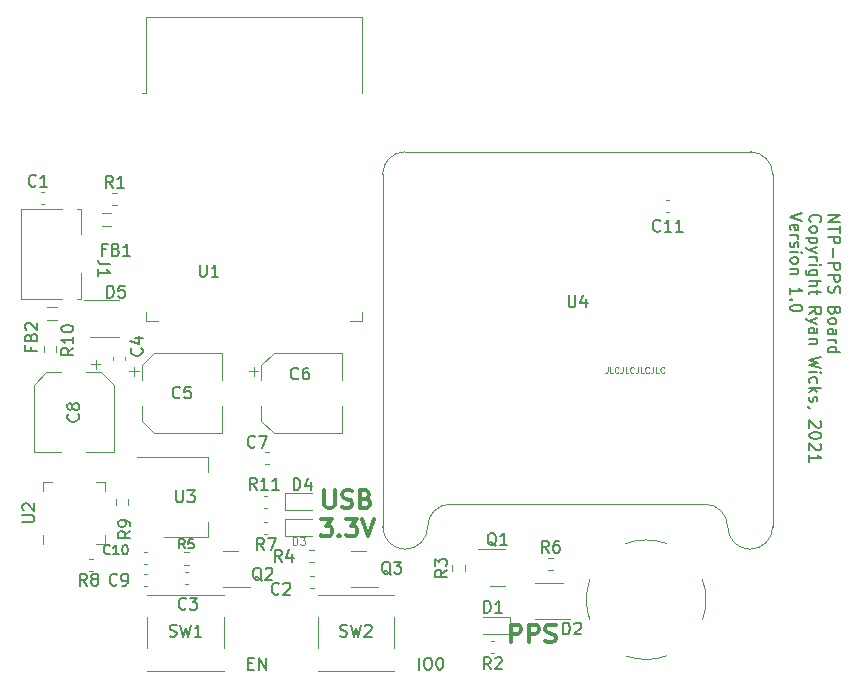
<source format=gbr>
%TF.GenerationSoftware,KiCad,Pcbnew,(5.99.0-10363-ga7f956581c)*%
%TF.CreationDate,2021-04-24T20:18:21-04:00*%
%TF.ProjectId,NTP_PPS_Board,4e54505f-5050-4535-9f42-6f6172642e6b,rev?*%
%TF.SameCoordinates,Original*%
%TF.FileFunction,Legend,Top*%
%TF.FilePolarity,Positive*%
%FSLAX46Y46*%
G04 Gerber Fmt 4.6, Leading zero omitted, Abs format (unit mm)*
G04 Created by KiCad (PCBNEW (5.99.0-10363-ga7f956581c)) date 2021-04-24 20:18:21*
%MOMM*%
%LPD*%
G01*
G04 APERTURE LIST*
%ADD10C,0.150000*%
%ADD11C,0.300000*%
%ADD12C,0.125000*%
%ADD13C,0.100000*%
%ADD14C,0.120000*%
G04 APERTURE END LIST*
D10*
X120666000Y-118816380D02*
X120666000Y-117816380D01*
X121332666Y-117816380D02*
X121523142Y-117816380D01*
X121618380Y-117864000D01*
X121713619Y-117959238D01*
X121761238Y-118149714D01*
X121761238Y-118483047D01*
X121713619Y-118673523D01*
X121618380Y-118768761D01*
X121523142Y-118816380D01*
X121332666Y-118816380D01*
X121237428Y-118768761D01*
X121142190Y-118673523D01*
X121094571Y-118483047D01*
X121094571Y-118149714D01*
X121142190Y-117959238D01*
X121237428Y-117864000D01*
X121332666Y-117816380D01*
X122380285Y-117816380D02*
X122475523Y-117816380D01*
X122570761Y-117864000D01*
X122618380Y-117911619D01*
X122666000Y-118006857D01*
X122713619Y-118197333D01*
X122713619Y-118435428D01*
X122666000Y-118625904D01*
X122618380Y-118721142D01*
X122570761Y-118768761D01*
X122475523Y-118816380D01*
X122380285Y-118816380D01*
X122285047Y-118768761D01*
X122237428Y-118721142D01*
X122189809Y-118625904D01*
X122142190Y-118435428D01*
X122142190Y-118197333D01*
X122189809Y-118006857D01*
X122237428Y-117911619D01*
X122285047Y-117864000D01*
X122380285Y-117816380D01*
X106195904Y-118292571D02*
X106529238Y-118292571D01*
X106672095Y-118816380D02*
X106195904Y-118816380D01*
X106195904Y-117816380D01*
X106672095Y-117816380D01*
X107100666Y-118816380D02*
X107100666Y-117816380D01*
X107672095Y-118816380D01*
X107672095Y-117816380D01*
D11*
X128444857Y-116502571D02*
X128444857Y-115002571D01*
X129016285Y-115002571D01*
X129159142Y-115074000D01*
X129230571Y-115145428D01*
X129302000Y-115288285D01*
X129302000Y-115502571D01*
X129230571Y-115645428D01*
X129159142Y-115716857D01*
X129016285Y-115788285D01*
X128444857Y-115788285D01*
X129944857Y-116502571D02*
X129944857Y-115002571D01*
X130516285Y-115002571D01*
X130659142Y-115074000D01*
X130730571Y-115145428D01*
X130802000Y-115288285D01*
X130802000Y-115502571D01*
X130730571Y-115645428D01*
X130659142Y-115716857D01*
X130516285Y-115788285D01*
X129944857Y-115788285D01*
X131373428Y-116431142D02*
X131587714Y-116502571D01*
X131944857Y-116502571D01*
X132087714Y-116431142D01*
X132159142Y-116359714D01*
X132230571Y-116216857D01*
X132230571Y-116074000D01*
X132159142Y-115931142D01*
X132087714Y-115859714D01*
X131944857Y-115788285D01*
X131659142Y-115716857D01*
X131516285Y-115645428D01*
X131444857Y-115574000D01*
X131373428Y-115431142D01*
X131373428Y-115288285D01*
X131444857Y-115145428D01*
X131516285Y-115074000D01*
X131659142Y-115002571D01*
X132016285Y-115002571D01*
X132230571Y-115074000D01*
X112661142Y-103635071D02*
X112661142Y-104849357D01*
X112732571Y-104992214D01*
X112804000Y-105063642D01*
X112946857Y-105135071D01*
X113232571Y-105135071D01*
X113375428Y-105063642D01*
X113446857Y-104992214D01*
X113518285Y-104849357D01*
X113518285Y-103635071D01*
X114161142Y-105063642D02*
X114375428Y-105135071D01*
X114732571Y-105135071D01*
X114875428Y-105063642D01*
X114946857Y-104992214D01*
X115018285Y-104849357D01*
X115018285Y-104706500D01*
X114946857Y-104563642D01*
X114875428Y-104492214D01*
X114732571Y-104420785D01*
X114446857Y-104349357D01*
X114304000Y-104277928D01*
X114232571Y-104206500D01*
X114161142Y-104063642D01*
X114161142Y-103920785D01*
X114232571Y-103777928D01*
X114304000Y-103706500D01*
X114446857Y-103635071D01*
X114804000Y-103635071D01*
X115018285Y-103706500D01*
X116161142Y-104349357D02*
X116375428Y-104420785D01*
X116446857Y-104492214D01*
X116518285Y-104635071D01*
X116518285Y-104849357D01*
X116446857Y-104992214D01*
X116375428Y-105063642D01*
X116232571Y-105135071D01*
X115661142Y-105135071D01*
X115661142Y-103635071D01*
X116161142Y-103635071D01*
X116304000Y-103706500D01*
X116375428Y-103777928D01*
X116446857Y-103920785D01*
X116446857Y-104063642D01*
X116375428Y-104206500D01*
X116304000Y-104277928D01*
X116161142Y-104349357D01*
X115661142Y-104349357D01*
X112339714Y-106050071D02*
X113268285Y-106050071D01*
X112768285Y-106621500D01*
X112982571Y-106621500D01*
X113125428Y-106692928D01*
X113196857Y-106764357D01*
X113268285Y-106907214D01*
X113268285Y-107264357D01*
X113196857Y-107407214D01*
X113125428Y-107478642D01*
X112982571Y-107550071D01*
X112554000Y-107550071D01*
X112411142Y-107478642D01*
X112339714Y-107407214D01*
X113911142Y-107407214D02*
X113982571Y-107478642D01*
X113911142Y-107550071D01*
X113839714Y-107478642D01*
X113911142Y-107407214D01*
X113911142Y-107550071D01*
X114482571Y-106050071D02*
X115411142Y-106050071D01*
X114911142Y-106621500D01*
X115125428Y-106621500D01*
X115268285Y-106692928D01*
X115339714Y-106764357D01*
X115411142Y-106907214D01*
X115411142Y-107264357D01*
X115339714Y-107407214D01*
X115268285Y-107478642D01*
X115125428Y-107550071D01*
X114696857Y-107550071D01*
X114554000Y-107478642D01*
X114482571Y-107407214D01*
X115839714Y-106050071D02*
X116339714Y-107550071D01*
X116839714Y-106050071D01*
D10*
X155335619Y-80345595D02*
X156335619Y-80345595D01*
X155335619Y-80917023D01*
X156335619Y-80917023D01*
X156335619Y-81250357D02*
X156335619Y-81821785D01*
X155335619Y-81536071D02*
X156335619Y-81536071D01*
X155335619Y-82155119D02*
X156335619Y-82155119D01*
X156335619Y-82536071D01*
X156288000Y-82631309D01*
X156240380Y-82678928D01*
X156145142Y-82726547D01*
X156002285Y-82726547D01*
X155907047Y-82678928D01*
X155859428Y-82631309D01*
X155811809Y-82536071D01*
X155811809Y-82155119D01*
X155716571Y-83155119D02*
X155716571Y-83917023D01*
X155335619Y-84393214D02*
X156335619Y-84393214D01*
X156335619Y-84774166D01*
X156288000Y-84869404D01*
X156240380Y-84917023D01*
X156145142Y-84964642D01*
X156002285Y-84964642D01*
X155907047Y-84917023D01*
X155859428Y-84869404D01*
X155811809Y-84774166D01*
X155811809Y-84393214D01*
X155335619Y-85393214D02*
X156335619Y-85393214D01*
X156335619Y-85774166D01*
X156288000Y-85869404D01*
X156240380Y-85917023D01*
X156145142Y-85964642D01*
X156002285Y-85964642D01*
X155907047Y-85917023D01*
X155859428Y-85869404D01*
X155811809Y-85774166D01*
X155811809Y-85393214D01*
X155383238Y-86345595D02*
X155335619Y-86488452D01*
X155335619Y-86726547D01*
X155383238Y-86821785D01*
X155430857Y-86869404D01*
X155526095Y-86917023D01*
X155621333Y-86917023D01*
X155716571Y-86869404D01*
X155764190Y-86821785D01*
X155811809Y-86726547D01*
X155859428Y-86536071D01*
X155907047Y-86440833D01*
X155954666Y-86393214D01*
X156049904Y-86345595D01*
X156145142Y-86345595D01*
X156240380Y-86393214D01*
X156288000Y-86440833D01*
X156335619Y-86536071D01*
X156335619Y-86774166D01*
X156288000Y-86917023D01*
X155859428Y-88440833D02*
X155811809Y-88583690D01*
X155764190Y-88631309D01*
X155668952Y-88678928D01*
X155526095Y-88678928D01*
X155430857Y-88631309D01*
X155383238Y-88583690D01*
X155335619Y-88488452D01*
X155335619Y-88107500D01*
X156335619Y-88107500D01*
X156335619Y-88440833D01*
X156288000Y-88536071D01*
X156240380Y-88583690D01*
X156145142Y-88631309D01*
X156049904Y-88631309D01*
X155954666Y-88583690D01*
X155907047Y-88536071D01*
X155859428Y-88440833D01*
X155859428Y-88107500D01*
X155335619Y-89250357D02*
X155383238Y-89155119D01*
X155430857Y-89107500D01*
X155526095Y-89059880D01*
X155811809Y-89059880D01*
X155907047Y-89107500D01*
X155954666Y-89155119D01*
X156002285Y-89250357D01*
X156002285Y-89393214D01*
X155954666Y-89488452D01*
X155907047Y-89536071D01*
X155811809Y-89583690D01*
X155526095Y-89583690D01*
X155430857Y-89536071D01*
X155383238Y-89488452D01*
X155335619Y-89393214D01*
X155335619Y-89250357D01*
X155335619Y-90440833D02*
X155859428Y-90440833D01*
X155954666Y-90393214D01*
X156002285Y-90297976D01*
X156002285Y-90107500D01*
X155954666Y-90012261D01*
X155383238Y-90440833D02*
X155335619Y-90345595D01*
X155335619Y-90107500D01*
X155383238Y-90012261D01*
X155478476Y-89964642D01*
X155573714Y-89964642D01*
X155668952Y-90012261D01*
X155716571Y-90107500D01*
X155716571Y-90345595D01*
X155764190Y-90440833D01*
X155335619Y-90917023D02*
X156002285Y-90917023D01*
X155811809Y-90917023D02*
X155907047Y-90964642D01*
X155954666Y-91012261D01*
X156002285Y-91107500D01*
X156002285Y-91202738D01*
X155335619Y-91964642D02*
X156335619Y-91964642D01*
X155383238Y-91964642D02*
X155335619Y-91869404D01*
X155335619Y-91678928D01*
X155383238Y-91583690D01*
X155430857Y-91536071D01*
X155526095Y-91488452D01*
X155811809Y-91488452D01*
X155907047Y-91536071D01*
X155954666Y-91583690D01*
X156002285Y-91678928D01*
X156002285Y-91869404D01*
X155954666Y-91964642D01*
X153820857Y-80917023D02*
X153773238Y-80869404D01*
X153725619Y-80726547D01*
X153725619Y-80631309D01*
X153773238Y-80488452D01*
X153868476Y-80393214D01*
X153963714Y-80345595D01*
X154154190Y-80297976D01*
X154297047Y-80297976D01*
X154487523Y-80345595D01*
X154582761Y-80393214D01*
X154678000Y-80488452D01*
X154725619Y-80631309D01*
X154725619Y-80726547D01*
X154678000Y-80869404D01*
X154630380Y-80917023D01*
X153725619Y-81488452D02*
X153773238Y-81393214D01*
X153820857Y-81345595D01*
X153916095Y-81297976D01*
X154201809Y-81297976D01*
X154297047Y-81345595D01*
X154344666Y-81393214D01*
X154392285Y-81488452D01*
X154392285Y-81631309D01*
X154344666Y-81726547D01*
X154297047Y-81774166D01*
X154201809Y-81821785D01*
X153916095Y-81821785D01*
X153820857Y-81774166D01*
X153773238Y-81726547D01*
X153725619Y-81631309D01*
X153725619Y-81488452D01*
X154392285Y-82250357D02*
X153392285Y-82250357D01*
X154344666Y-82250357D02*
X154392285Y-82345595D01*
X154392285Y-82536071D01*
X154344666Y-82631309D01*
X154297047Y-82678928D01*
X154201809Y-82726547D01*
X153916095Y-82726547D01*
X153820857Y-82678928D01*
X153773238Y-82631309D01*
X153725619Y-82536071D01*
X153725619Y-82345595D01*
X153773238Y-82250357D01*
X154392285Y-83059880D02*
X153725619Y-83297976D01*
X154392285Y-83536071D02*
X153725619Y-83297976D01*
X153487523Y-83202738D01*
X153439904Y-83155119D01*
X153392285Y-83059880D01*
X153725619Y-83917023D02*
X154392285Y-83917023D01*
X154201809Y-83917023D02*
X154297047Y-83964642D01*
X154344666Y-84012261D01*
X154392285Y-84107500D01*
X154392285Y-84202738D01*
X153725619Y-84536071D02*
X154392285Y-84536071D01*
X154725619Y-84536071D02*
X154678000Y-84488452D01*
X154630380Y-84536071D01*
X154678000Y-84583690D01*
X154725619Y-84536071D01*
X154630380Y-84536071D01*
X154392285Y-85440833D02*
X153582761Y-85440833D01*
X153487523Y-85393214D01*
X153439904Y-85345595D01*
X153392285Y-85250357D01*
X153392285Y-85107500D01*
X153439904Y-85012261D01*
X153773238Y-85440833D02*
X153725619Y-85345595D01*
X153725619Y-85155119D01*
X153773238Y-85059880D01*
X153820857Y-85012261D01*
X153916095Y-84964642D01*
X154201809Y-84964642D01*
X154297047Y-85012261D01*
X154344666Y-85059880D01*
X154392285Y-85155119D01*
X154392285Y-85345595D01*
X154344666Y-85440833D01*
X153725619Y-85917023D02*
X154725619Y-85917023D01*
X153725619Y-86345595D02*
X154249428Y-86345595D01*
X154344666Y-86297976D01*
X154392285Y-86202738D01*
X154392285Y-86059880D01*
X154344666Y-85964642D01*
X154297047Y-85917023D01*
X154392285Y-86678928D02*
X154392285Y-87059880D01*
X154725619Y-86821785D02*
X153868476Y-86821785D01*
X153773238Y-86869404D01*
X153725619Y-86964642D01*
X153725619Y-87059880D01*
X153725619Y-88726547D02*
X154201809Y-88393214D01*
X153725619Y-88155119D02*
X154725619Y-88155119D01*
X154725619Y-88536071D01*
X154678000Y-88631309D01*
X154630380Y-88678928D01*
X154535142Y-88726547D01*
X154392285Y-88726547D01*
X154297047Y-88678928D01*
X154249428Y-88631309D01*
X154201809Y-88536071D01*
X154201809Y-88155119D01*
X154392285Y-89059880D02*
X153725619Y-89297976D01*
X154392285Y-89536071D02*
X153725619Y-89297976D01*
X153487523Y-89202738D01*
X153439904Y-89155119D01*
X153392285Y-89059880D01*
X153725619Y-90345595D02*
X154249428Y-90345595D01*
X154344666Y-90297976D01*
X154392285Y-90202738D01*
X154392285Y-90012261D01*
X154344666Y-89917023D01*
X153773238Y-90345595D02*
X153725619Y-90250357D01*
X153725619Y-90012261D01*
X153773238Y-89917023D01*
X153868476Y-89869404D01*
X153963714Y-89869404D01*
X154058952Y-89917023D01*
X154106571Y-90012261D01*
X154106571Y-90250357D01*
X154154190Y-90345595D01*
X154392285Y-90821785D02*
X153725619Y-90821785D01*
X154297047Y-90821785D02*
X154344666Y-90869404D01*
X154392285Y-90964642D01*
X154392285Y-91107500D01*
X154344666Y-91202738D01*
X154249428Y-91250357D01*
X153725619Y-91250357D01*
X154725619Y-92393214D02*
X153725619Y-92631309D01*
X154439904Y-92821785D01*
X153725619Y-93012261D01*
X154725619Y-93250357D01*
X153725619Y-93631309D02*
X154392285Y-93631309D01*
X154725619Y-93631309D02*
X154678000Y-93583690D01*
X154630380Y-93631309D01*
X154678000Y-93678928D01*
X154725619Y-93631309D01*
X154630380Y-93631309D01*
X153773238Y-94536071D02*
X153725619Y-94440833D01*
X153725619Y-94250357D01*
X153773238Y-94155119D01*
X153820857Y-94107500D01*
X153916095Y-94059880D01*
X154201809Y-94059880D01*
X154297047Y-94107500D01*
X154344666Y-94155119D01*
X154392285Y-94250357D01*
X154392285Y-94440833D01*
X154344666Y-94536071D01*
X153725619Y-94964642D02*
X154725619Y-94964642D01*
X154106571Y-95059880D02*
X153725619Y-95345595D01*
X154392285Y-95345595D02*
X154011333Y-94964642D01*
X153773238Y-95726547D02*
X153725619Y-95821785D01*
X153725619Y-96012261D01*
X153773238Y-96107500D01*
X153868476Y-96155119D01*
X153916095Y-96155119D01*
X154011333Y-96107500D01*
X154058952Y-96012261D01*
X154058952Y-95869404D01*
X154106571Y-95774166D01*
X154201809Y-95726547D01*
X154249428Y-95726547D01*
X154344666Y-95774166D01*
X154392285Y-95869404D01*
X154392285Y-96012261D01*
X154344666Y-96107500D01*
X153773238Y-96631309D02*
X153725619Y-96631309D01*
X153630380Y-96583690D01*
X153582761Y-96536071D01*
X154630380Y-97774166D02*
X154678000Y-97821785D01*
X154725619Y-97917023D01*
X154725619Y-98155119D01*
X154678000Y-98250357D01*
X154630380Y-98297976D01*
X154535142Y-98345595D01*
X154439904Y-98345595D01*
X154297047Y-98297976D01*
X153725619Y-97726547D01*
X153725619Y-98345595D01*
X154725619Y-98964642D02*
X154725619Y-99059880D01*
X154678000Y-99155119D01*
X154630380Y-99202738D01*
X154535142Y-99250357D01*
X154344666Y-99297976D01*
X154106571Y-99297976D01*
X153916095Y-99250357D01*
X153820857Y-99202738D01*
X153773238Y-99155119D01*
X153725619Y-99059880D01*
X153725619Y-98964642D01*
X153773238Y-98869404D01*
X153820857Y-98821785D01*
X153916095Y-98774166D01*
X154106571Y-98726547D01*
X154344666Y-98726547D01*
X154535142Y-98774166D01*
X154630380Y-98821785D01*
X154678000Y-98869404D01*
X154725619Y-98964642D01*
X154630380Y-99678928D02*
X154678000Y-99726547D01*
X154725619Y-99821785D01*
X154725619Y-100059880D01*
X154678000Y-100155119D01*
X154630380Y-100202738D01*
X154535142Y-100250357D01*
X154439904Y-100250357D01*
X154297047Y-100202738D01*
X153725619Y-99631309D01*
X153725619Y-100250357D01*
X153725619Y-101202738D02*
X153725619Y-100631309D01*
X153725619Y-100917023D02*
X154725619Y-100917023D01*
X154582761Y-100821785D01*
X154487523Y-100726547D01*
X154439904Y-100631309D01*
X153115619Y-80202738D02*
X152115619Y-80536071D01*
X153115619Y-80869404D01*
X152163238Y-81583690D02*
X152115619Y-81488452D01*
X152115619Y-81297976D01*
X152163238Y-81202738D01*
X152258476Y-81155119D01*
X152639428Y-81155119D01*
X152734666Y-81202738D01*
X152782285Y-81297976D01*
X152782285Y-81488452D01*
X152734666Y-81583690D01*
X152639428Y-81631309D01*
X152544190Y-81631309D01*
X152448952Y-81155119D01*
X152115619Y-82059880D02*
X152782285Y-82059880D01*
X152591809Y-82059880D02*
X152687047Y-82107500D01*
X152734666Y-82155119D01*
X152782285Y-82250357D01*
X152782285Y-82345595D01*
X152163238Y-82631309D02*
X152115619Y-82726547D01*
X152115619Y-82917023D01*
X152163238Y-83012261D01*
X152258476Y-83059880D01*
X152306095Y-83059880D01*
X152401333Y-83012261D01*
X152448952Y-82917023D01*
X152448952Y-82774166D01*
X152496571Y-82678928D01*
X152591809Y-82631309D01*
X152639428Y-82631309D01*
X152734666Y-82678928D01*
X152782285Y-82774166D01*
X152782285Y-82917023D01*
X152734666Y-83012261D01*
X152115619Y-83488452D02*
X152782285Y-83488452D01*
X153115619Y-83488452D02*
X153068000Y-83440833D01*
X153020380Y-83488452D01*
X153068000Y-83536071D01*
X153115619Y-83488452D01*
X153020380Y-83488452D01*
X152115619Y-84107500D02*
X152163238Y-84012261D01*
X152210857Y-83964642D01*
X152306095Y-83917023D01*
X152591809Y-83917023D01*
X152687047Y-83964642D01*
X152734666Y-84012261D01*
X152782285Y-84107500D01*
X152782285Y-84250357D01*
X152734666Y-84345595D01*
X152687047Y-84393214D01*
X152591809Y-84440833D01*
X152306095Y-84440833D01*
X152210857Y-84393214D01*
X152163238Y-84345595D01*
X152115619Y-84250357D01*
X152115619Y-84107500D01*
X152782285Y-84869404D02*
X152115619Y-84869404D01*
X152687047Y-84869404D02*
X152734666Y-84917023D01*
X152782285Y-85012261D01*
X152782285Y-85155119D01*
X152734666Y-85250357D01*
X152639428Y-85297976D01*
X152115619Y-85297976D01*
X152115619Y-87059880D02*
X152115619Y-86488452D01*
X152115619Y-86774166D02*
X153115619Y-86774166D01*
X152972761Y-86678928D01*
X152877523Y-86583690D01*
X152829904Y-86488452D01*
X152210857Y-87488452D02*
X152163238Y-87536071D01*
X152115619Y-87488452D01*
X152163238Y-87440833D01*
X152210857Y-87488452D01*
X152115619Y-87488452D01*
X153115619Y-88155119D02*
X153115619Y-88250357D01*
X153068000Y-88345595D01*
X153020380Y-88393214D01*
X152925142Y-88440833D01*
X152734666Y-88488452D01*
X152496571Y-88488452D01*
X152306095Y-88440833D01*
X152210857Y-88393214D01*
X152163238Y-88345595D01*
X152115619Y-88250357D01*
X152115619Y-88155119D01*
X152163238Y-88059880D01*
X152210857Y-88012261D01*
X152306095Y-87964642D01*
X152496571Y-87917023D01*
X152734666Y-87917023D01*
X152925142Y-87964642D01*
X153020380Y-88012261D01*
X153068000Y-88059880D01*
X153115619Y-88155119D01*
D12*
X136628476Y-93198190D02*
X136628476Y-93555333D01*
X136604666Y-93626761D01*
X136557047Y-93674380D01*
X136485619Y-93698190D01*
X136438000Y-93698190D01*
X137104666Y-93698190D02*
X136866571Y-93698190D01*
X136866571Y-93198190D01*
X137557047Y-93650571D02*
X137533238Y-93674380D01*
X137461809Y-93698190D01*
X137414190Y-93698190D01*
X137342761Y-93674380D01*
X137295142Y-93626761D01*
X137271333Y-93579142D01*
X137247523Y-93483904D01*
X137247523Y-93412476D01*
X137271333Y-93317238D01*
X137295142Y-93269619D01*
X137342761Y-93222000D01*
X137414190Y-93198190D01*
X137461809Y-93198190D01*
X137533238Y-93222000D01*
X137557047Y-93245809D01*
X137914190Y-93198190D02*
X137914190Y-93555333D01*
X137890380Y-93626761D01*
X137842761Y-93674380D01*
X137771333Y-93698190D01*
X137723714Y-93698190D01*
X138390380Y-93698190D02*
X138152285Y-93698190D01*
X138152285Y-93198190D01*
X138842761Y-93650571D02*
X138818952Y-93674380D01*
X138747523Y-93698190D01*
X138699904Y-93698190D01*
X138628476Y-93674380D01*
X138580857Y-93626761D01*
X138557047Y-93579142D01*
X138533238Y-93483904D01*
X138533238Y-93412476D01*
X138557047Y-93317238D01*
X138580857Y-93269619D01*
X138628476Y-93222000D01*
X138699904Y-93198190D01*
X138747523Y-93198190D01*
X138818952Y-93222000D01*
X138842761Y-93245809D01*
X139199904Y-93198190D02*
X139199904Y-93555333D01*
X139176095Y-93626761D01*
X139128476Y-93674380D01*
X139057047Y-93698190D01*
X139009428Y-93698190D01*
X139676095Y-93698190D02*
X139438000Y-93698190D01*
X139438000Y-93198190D01*
X140128476Y-93650571D02*
X140104666Y-93674380D01*
X140033238Y-93698190D01*
X139985619Y-93698190D01*
X139914190Y-93674380D01*
X139866571Y-93626761D01*
X139842761Y-93579142D01*
X139818952Y-93483904D01*
X139818952Y-93412476D01*
X139842761Y-93317238D01*
X139866571Y-93269619D01*
X139914190Y-93222000D01*
X139985619Y-93198190D01*
X140033238Y-93198190D01*
X140104666Y-93222000D01*
X140128476Y-93245809D01*
X140485619Y-93198190D02*
X140485619Y-93555333D01*
X140461809Y-93626761D01*
X140414190Y-93674380D01*
X140342761Y-93698190D01*
X140295142Y-93698190D01*
X140961809Y-93698190D02*
X140723714Y-93698190D01*
X140723714Y-93198190D01*
X141414190Y-93650571D02*
X141390380Y-93674380D01*
X141318952Y-93698190D01*
X141271333Y-93698190D01*
X141199904Y-93674380D01*
X141152285Y-93626761D01*
X141128476Y-93579142D01*
X141104666Y-93483904D01*
X141104666Y-93412476D01*
X141128476Y-93317238D01*
X141152285Y-93269619D01*
X141199904Y-93222000D01*
X141271333Y-93198190D01*
X141318952Y-93198190D01*
X141390380Y-93222000D01*
X141414190Y-93245809D01*
D10*
%TO.C,R1*%
X94733333Y-78022380D02*
X94400000Y-77546190D01*
X94161904Y-78022380D02*
X94161904Y-77022380D01*
X94542857Y-77022380D01*
X94638095Y-77070000D01*
X94685714Y-77117619D01*
X94733333Y-77212857D01*
X94733333Y-77355714D01*
X94685714Y-77450952D01*
X94638095Y-77498571D01*
X94542857Y-77546190D01*
X94161904Y-77546190D01*
X95685714Y-78022380D02*
X95114285Y-78022380D01*
X95400000Y-78022380D02*
X95400000Y-77022380D01*
X95304761Y-77165238D01*
X95209523Y-77260476D01*
X95114285Y-77308095D01*
%TO.C,R9*%
X96210380Y-107100666D02*
X95734190Y-107434000D01*
X96210380Y-107672095D02*
X95210380Y-107672095D01*
X95210380Y-107291142D01*
X95258000Y-107195904D01*
X95305619Y-107148285D01*
X95400857Y-107100666D01*
X95543714Y-107100666D01*
X95638952Y-107148285D01*
X95686571Y-107195904D01*
X95734190Y-107291142D01*
X95734190Y-107672095D01*
X96210380Y-106624476D02*
X96210380Y-106434000D01*
X96162761Y-106338761D01*
X96115142Y-106291142D01*
X95972285Y-106195904D01*
X95781809Y-106148285D01*
X95400857Y-106148285D01*
X95305619Y-106195904D01*
X95258000Y-106243523D01*
X95210380Y-106338761D01*
X95210380Y-106529238D01*
X95258000Y-106624476D01*
X95305619Y-106672095D01*
X95400857Y-106719714D01*
X95638952Y-106719714D01*
X95734190Y-106672095D01*
X95781809Y-106624476D01*
X95829428Y-106529238D01*
X95829428Y-106338761D01*
X95781809Y-106243523D01*
X95734190Y-106195904D01*
X95638952Y-106148285D01*
%TO.C,D2*%
X132865904Y-115832380D02*
X132865904Y-114832380D01*
X133104000Y-114832380D01*
X133246857Y-114880000D01*
X133342095Y-114975238D01*
X133389714Y-115070476D01*
X133437333Y-115260952D01*
X133437333Y-115403809D01*
X133389714Y-115594285D01*
X133342095Y-115689523D01*
X133246857Y-115784761D01*
X133104000Y-115832380D01*
X132865904Y-115832380D01*
X133818285Y-114927619D02*
X133865904Y-114880000D01*
X133961142Y-114832380D01*
X134199238Y-114832380D01*
X134294476Y-114880000D01*
X134342095Y-114927619D01*
X134389714Y-115022857D01*
X134389714Y-115118095D01*
X134342095Y-115260952D01*
X133770666Y-115832380D01*
X134389714Y-115832380D01*
%TO.C,U1*%
X102108095Y-84542380D02*
X102108095Y-85351904D01*
X102155714Y-85447142D01*
X102203333Y-85494761D01*
X102298571Y-85542380D01*
X102489047Y-85542380D01*
X102584285Y-85494761D01*
X102631904Y-85447142D01*
X102679523Y-85351904D01*
X102679523Y-84542380D01*
X103679523Y-85542380D02*
X103108095Y-85542380D01*
X103393809Y-85542380D02*
X103393809Y-84542380D01*
X103298571Y-84685238D01*
X103203333Y-84780476D01*
X103108095Y-84828095D01*
%TO.C,D4*%
X110061904Y-103622380D02*
X110061904Y-102622380D01*
X110300000Y-102622380D01*
X110442857Y-102670000D01*
X110538095Y-102765238D01*
X110585714Y-102860476D01*
X110633333Y-103050952D01*
X110633333Y-103193809D01*
X110585714Y-103384285D01*
X110538095Y-103479523D01*
X110442857Y-103574761D01*
X110300000Y-103622380D01*
X110061904Y-103622380D01*
X111490476Y-102955714D02*
X111490476Y-103622380D01*
X111252380Y-102574761D02*
X111014285Y-103289047D01*
X111633333Y-103289047D01*
%TO.C,Q3*%
X118268761Y-110783619D02*
X118173523Y-110736000D01*
X118078285Y-110640761D01*
X117935428Y-110497904D01*
X117840190Y-110450285D01*
X117744952Y-110450285D01*
X117792571Y-110688380D02*
X117697333Y-110640761D01*
X117602095Y-110545523D01*
X117554476Y-110355047D01*
X117554476Y-110021714D01*
X117602095Y-109831238D01*
X117697333Y-109736000D01*
X117792571Y-109688380D01*
X117983047Y-109688380D01*
X118078285Y-109736000D01*
X118173523Y-109831238D01*
X118221142Y-110021714D01*
X118221142Y-110355047D01*
X118173523Y-110545523D01*
X118078285Y-110640761D01*
X117983047Y-110688380D01*
X117792571Y-110688380D01*
X118554476Y-109688380D02*
X119173523Y-109688380D01*
X118840190Y-110069333D01*
X118983047Y-110069333D01*
X119078285Y-110116952D01*
X119125904Y-110164571D01*
X119173523Y-110259809D01*
X119173523Y-110497904D01*
X119125904Y-110593142D01*
X119078285Y-110640761D01*
X118983047Y-110688380D01*
X118697333Y-110688380D01*
X118602095Y-110640761D01*
X118554476Y-110593142D01*
%TO.C,FB2*%
X87812571Y-91511333D02*
X87812571Y-91844666D01*
X88336380Y-91844666D02*
X87336380Y-91844666D01*
X87336380Y-91368476D01*
X87812571Y-90654190D02*
X87860190Y-90511333D01*
X87907809Y-90463714D01*
X88003047Y-90416095D01*
X88145904Y-90416095D01*
X88241142Y-90463714D01*
X88288761Y-90511333D01*
X88336380Y-90606571D01*
X88336380Y-90987523D01*
X87336380Y-90987523D01*
X87336380Y-90654190D01*
X87384000Y-90558952D01*
X87431619Y-90511333D01*
X87526857Y-90463714D01*
X87622095Y-90463714D01*
X87717333Y-90511333D01*
X87764952Y-90558952D01*
X87812571Y-90654190D01*
X87812571Y-90987523D01*
X87431619Y-90035142D02*
X87384000Y-89987523D01*
X87336380Y-89892285D01*
X87336380Y-89654190D01*
X87384000Y-89558952D01*
X87431619Y-89511333D01*
X87526857Y-89463714D01*
X87622095Y-89463714D01*
X87764952Y-89511333D01*
X88336380Y-90082761D01*
X88336380Y-89463714D01*
%TO.C,SW1*%
X99566666Y-115974761D02*
X99709523Y-116022380D01*
X99947619Y-116022380D01*
X100042857Y-115974761D01*
X100090476Y-115927142D01*
X100138095Y-115831904D01*
X100138095Y-115736666D01*
X100090476Y-115641428D01*
X100042857Y-115593809D01*
X99947619Y-115546190D01*
X99757142Y-115498571D01*
X99661904Y-115450952D01*
X99614285Y-115403333D01*
X99566666Y-115308095D01*
X99566666Y-115212857D01*
X99614285Y-115117619D01*
X99661904Y-115070000D01*
X99757142Y-115022380D01*
X99995238Y-115022380D01*
X100138095Y-115070000D01*
X100471428Y-115022380D02*
X100709523Y-116022380D01*
X100900000Y-115308095D01*
X101090476Y-116022380D01*
X101328571Y-115022380D01*
X102233333Y-116022380D02*
X101661904Y-116022380D01*
X101947619Y-116022380D02*
X101947619Y-115022380D01*
X101852380Y-115165238D01*
X101757142Y-115260476D01*
X101661904Y-115308095D01*
%TO.C,SW2*%
X113982666Y-115974761D02*
X114125523Y-116022380D01*
X114363619Y-116022380D01*
X114458857Y-115974761D01*
X114506476Y-115927142D01*
X114554095Y-115831904D01*
X114554095Y-115736666D01*
X114506476Y-115641428D01*
X114458857Y-115593809D01*
X114363619Y-115546190D01*
X114173142Y-115498571D01*
X114077904Y-115450952D01*
X114030285Y-115403333D01*
X113982666Y-115308095D01*
X113982666Y-115212857D01*
X114030285Y-115117619D01*
X114077904Y-115070000D01*
X114173142Y-115022380D01*
X114411238Y-115022380D01*
X114554095Y-115070000D01*
X114887428Y-115022380D02*
X115125523Y-116022380D01*
X115316000Y-115308095D01*
X115506476Y-116022380D01*
X115744571Y-115022380D01*
X116077904Y-115117619D02*
X116125523Y-115070000D01*
X116220761Y-115022380D01*
X116458857Y-115022380D01*
X116554095Y-115070000D01*
X116601714Y-115117619D01*
X116649333Y-115212857D01*
X116649333Y-115308095D01*
X116601714Y-115450952D01*
X116030285Y-116022380D01*
X116649333Y-116022380D01*
%TO.C,R3*%
X123022380Y-110366666D02*
X122546190Y-110700000D01*
X123022380Y-110938095D02*
X122022380Y-110938095D01*
X122022380Y-110557142D01*
X122070000Y-110461904D01*
X122117619Y-110414285D01*
X122212857Y-110366666D01*
X122355714Y-110366666D01*
X122450952Y-110414285D01*
X122498571Y-110461904D01*
X122546190Y-110557142D01*
X122546190Y-110938095D01*
X122022380Y-110033333D02*
X122022380Y-109414285D01*
X122403333Y-109747619D01*
X122403333Y-109604761D01*
X122450952Y-109509523D01*
X122498571Y-109461904D01*
X122593809Y-109414285D01*
X122831904Y-109414285D01*
X122927142Y-109461904D01*
X122974761Y-109509523D01*
X123022380Y-109604761D01*
X123022380Y-109890476D01*
X122974761Y-109985714D01*
X122927142Y-110033333D01*
%TO.C,C8*%
X91797142Y-97194666D02*
X91844761Y-97242285D01*
X91892380Y-97385142D01*
X91892380Y-97480380D01*
X91844761Y-97623238D01*
X91749523Y-97718476D01*
X91654285Y-97766095D01*
X91463809Y-97813714D01*
X91320952Y-97813714D01*
X91130476Y-97766095D01*
X91035238Y-97718476D01*
X90940000Y-97623238D01*
X90892380Y-97480380D01*
X90892380Y-97385142D01*
X90940000Y-97242285D01*
X90987619Y-97194666D01*
X91320952Y-96623238D02*
X91273333Y-96718476D01*
X91225714Y-96766095D01*
X91130476Y-96813714D01*
X91082857Y-96813714D01*
X90987619Y-96766095D01*
X90940000Y-96718476D01*
X90892380Y-96623238D01*
X90892380Y-96432761D01*
X90940000Y-96337523D01*
X90987619Y-96289904D01*
X91082857Y-96242285D01*
X91130476Y-96242285D01*
X91225714Y-96289904D01*
X91273333Y-96337523D01*
X91320952Y-96432761D01*
X91320952Y-96623238D01*
X91368571Y-96718476D01*
X91416190Y-96766095D01*
X91511428Y-96813714D01*
X91701904Y-96813714D01*
X91797142Y-96766095D01*
X91844761Y-96718476D01*
X91892380Y-96623238D01*
X91892380Y-96432761D01*
X91844761Y-96337523D01*
X91797142Y-96289904D01*
X91701904Y-96242285D01*
X91511428Y-96242285D01*
X91416190Y-96289904D01*
X91368571Y-96337523D01*
X91320952Y-96432761D01*
%TO.C,R5*%
X100841666Y-108565904D02*
X100575000Y-108184952D01*
X100384523Y-108565904D02*
X100384523Y-107765904D01*
X100689285Y-107765904D01*
X100765476Y-107804000D01*
X100803571Y-107842095D01*
X100841666Y-107918285D01*
X100841666Y-108032571D01*
X100803571Y-108108761D01*
X100765476Y-108146857D01*
X100689285Y-108184952D01*
X100384523Y-108184952D01*
X101565476Y-107765904D02*
X101184523Y-107765904D01*
X101146428Y-108146857D01*
X101184523Y-108108761D01*
X101260714Y-108070666D01*
X101451190Y-108070666D01*
X101527380Y-108108761D01*
X101565476Y-108146857D01*
X101603571Y-108223047D01*
X101603571Y-108413523D01*
X101565476Y-108489714D01*
X101527380Y-108527809D01*
X101451190Y-108565904D01*
X101260714Y-108565904D01*
X101184523Y-108527809D01*
X101146428Y-108489714D01*
%TO.C,U3*%
X100105877Y-103652380D02*
X100105877Y-104461904D01*
X100153496Y-104557142D01*
X100201115Y-104604761D01*
X100296353Y-104652380D01*
X100486829Y-104652380D01*
X100582067Y-104604761D01*
X100629686Y-104557142D01*
X100677305Y-104461904D01*
X100677305Y-103652380D01*
X101058258Y-103652380D02*
X101677305Y-103652380D01*
X101343972Y-104033333D01*
X101486829Y-104033333D01*
X101582067Y-104080952D01*
X101629686Y-104128571D01*
X101677305Y-104223809D01*
X101677305Y-104461904D01*
X101629686Y-104557142D01*
X101582067Y-104604761D01*
X101486829Y-104652380D01*
X101201115Y-104652380D01*
X101105877Y-104604761D01*
X101058258Y-104557142D01*
%TO.C,R2*%
X126733333Y-118782380D02*
X126400000Y-118306190D01*
X126161904Y-118782380D02*
X126161904Y-117782380D01*
X126542857Y-117782380D01*
X126638095Y-117830000D01*
X126685714Y-117877619D01*
X126733333Y-117972857D01*
X126733333Y-118115714D01*
X126685714Y-118210952D01*
X126638095Y-118258571D01*
X126542857Y-118306190D01*
X126161904Y-118306190D01*
X127114285Y-117877619D02*
X127161904Y-117830000D01*
X127257142Y-117782380D01*
X127495238Y-117782380D01*
X127590476Y-117830000D01*
X127638095Y-117877619D01*
X127685714Y-117972857D01*
X127685714Y-118068095D01*
X127638095Y-118210952D01*
X127066666Y-118782380D01*
X127685714Y-118782380D01*
%TO.C,C3*%
X100925333Y-113641142D02*
X100877714Y-113688761D01*
X100734857Y-113736380D01*
X100639619Y-113736380D01*
X100496761Y-113688761D01*
X100401523Y-113593523D01*
X100353904Y-113498285D01*
X100306285Y-113307809D01*
X100306285Y-113164952D01*
X100353904Y-112974476D01*
X100401523Y-112879238D01*
X100496761Y-112784000D01*
X100639619Y-112736380D01*
X100734857Y-112736380D01*
X100877714Y-112784000D01*
X100925333Y-112831619D01*
X101258666Y-112736380D02*
X101877714Y-112736380D01*
X101544380Y-113117333D01*
X101687238Y-113117333D01*
X101782476Y-113164952D01*
X101830095Y-113212571D01*
X101877714Y-113307809D01*
X101877714Y-113545904D01*
X101830095Y-113641142D01*
X101782476Y-113688761D01*
X101687238Y-113736380D01*
X101401523Y-113736380D01*
X101306285Y-113688761D01*
X101258666Y-113641142D01*
%TO.C,U2*%
X87092380Y-106321904D02*
X87901904Y-106321904D01*
X87997142Y-106274285D01*
X88044761Y-106226666D01*
X88092380Y-106131428D01*
X88092380Y-105940952D01*
X88044761Y-105845714D01*
X87997142Y-105798095D01*
X87901904Y-105750476D01*
X87092380Y-105750476D01*
X87187619Y-105321904D02*
X87140000Y-105274285D01*
X87092380Y-105179047D01*
X87092380Y-104940952D01*
X87140000Y-104845714D01*
X87187619Y-104798095D01*
X87282857Y-104750476D01*
X87378095Y-104750476D01*
X87520952Y-104798095D01*
X88092380Y-105369523D01*
X88092380Y-104750476D01*
%TO.C,Q2*%
X107346761Y-111291619D02*
X107251523Y-111244000D01*
X107156285Y-111148761D01*
X107013428Y-111005904D01*
X106918190Y-110958285D01*
X106822952Y-110958285D01*
X106870571Y-111196380D02*
X106775333Y-111148761D01*
X106680095Y-111053523D01*
X106632476Y-110863047D01*
X106632476Y-110529714D01*
X106680095Y-110339238D01*
X106775333Y-110244000D01*
X106870571Y-110196380D01*
X107061047Y-110196380D01*
X107156285Y-110244000D01*
X107251523Y-110339238D01*
X107299142Y-110529714D01*
X107299142Y-110863047D01*
X107251523Y-111053523D01*
X107156285Y-111148761D01*
X107061047Y-111196380D01*
X106870571Y-111196380D01*
X107680095Y-110291619D02*
X107727714Y-110244000D01*
X107822952Y-110196380D01*
X108061047Y-110196380D01*
X108156285Y-110244000D01*
X108203904Y-110291619D01*
X108251523Y-110386857D01*
X108251523Y-110482095D01*
X108203904Y-110624952D01*
X107632476Y-111196380D01*
X108251523Y-111196380D01*
%TO.C,FB1*%
X94162666Y-83240571D02*
X93829333Y-83240571D01*
X93829333Y-83764380D02*
X93829333Y-82764380D01*
X94305523Y-82764380D01*
X95019809Y-83240571D02*
X95162666Y-83288190D01*
X95210285Y-83335809D01*
X95257904Y-83431047D01*
X95257904Y-83573904D01*
X95210285Y-83669142D01*
X95162666Y-83716761D01*
X95067428Y-83764380D01*
X94686476Y-83764380D01*
X94686476Y-82764380D01*
X95019809Y-82764380D01*
X95115047Y-82812000D01*
X95162666Y-82859619D01*
X95210285Y-82954857D01*
X95210285Y-83050095D01*
X95162666Y-83145333D01*
X95115047Y-83192952D01*
X95019809Y-83240571D01*
X94686476Y-83240571D01*
X96210285Y-83764380D02*
X95638857Y-83764380D01*
X95924571Y-83764380D02*
X95924571Y-82764380D01*
X95829333Y-82907238D01*
X95734095Y-83002476D01*
X95638857Y-83050095D01*
%TO.C,R8*%
X92543333Y-111704380D02*
X92210000Y-111228190D01*
X91971904Y-111704380D02*
X91971904Y-110704380D01*
X92352857Y-110704380D01*
X92448095Y-110752000D01*
X92495714Y-110799619D01*
X92543333Y-110894857D01*
X92543333Y-111037714D01*
X92495714Y-111132952D01*
X92448095Y-111180571D01*
X92352857Y-111228190D01*
X91971904Y-111228190D01*
X93114761Y-111132952D02*
X93019523Y-111085333D01*
X92971904Y-111037714D01*
X92924285Y-110942476D01*
X92924285Y-110894857D01*
X92971904Y-110799619D01*
X93019523Y-110752000D01*
X93114761Y-110704380D01*
X93305238Y-110704380D01*
X93400476Y-110752000D01*
X93448095Y-110799619D01*
X93495714Y-110894857D01*
X93495714Y-110942476D01*
X93448095Y-111037714D01*
X93400476Y-111085333D01*
X93305238Y-111132952D01*
X93114761Y-111132952D01*
X93019523Y-111180571D01*
X92971904Y-111228190D01*
X92924285Y-111323428D01*
X92924285Y-111513904D01*
X92971904Y-111609142D01*
X93019523Y-111656761D01*
X93114761Y-111704380D01*
X93305238Y-111704380D01*
X93400476Y-111656761D01*
X93448095Y-111609142D01*
X93495714Y-111513904D01*
X93495714Y-111323428D01*
X93448095Y-111228190D01*
X93400476Y-111180571D01*
X93305238Y-111132952D01*
%TO.C,C9*%
X95083333Y-111609142D02*
X95035714Y-111656761D01*
X94892857Y-111704380D01*
X94797619Y-111704380D01*
X94654761Y-111656761D01*
X94559523Y-111561523D01*
X94511904Y-111466285D01*
X94464285Y-111275809D01*
X94464285Y-111132952D01*
X94511904Y-110942476D01*
X94559523Y-110847238D01*
X94654761Y-110752000D01*
X94797619Y-110704380D01*
X94892857Y-110704380D01*
X95035714Y-110752000D01*
X95083333Y-110799619D01*
X95559523Y-111704380D02*
X95750000Y-111704380D01*
X95845238Y-111656761D01*
X95892857Y-111609142D01*
X95988095Y-111466285D01*
X96035714Y-111275809D01*
X96035714Y-110894857D01*
X95988095Y-110799619D01*
X95940476Y-110752000D01*
X95845238Y-110704380D01*
X95654761Y-110704380D01*
X95559523Y-110752000D01*
X95511904Y-110799619D01*
X95464285Y-110894857D01*
X95464285Y-111132952D01*
X95511904Y-111228190D01*
X95559523Y-111275809D01*
X95654761Y-111323428D01*
X95845238Y-111323428D01*
X95940476Y-111275809D01*
X95988095Y-111228190D01*
X96035714Y-111132952D01*
%TO.C,C11*%
X141089142Y-81637142D02*
X141041523Y-81684761D01*
X140898666Y-81732380D01*
X140803428Y-81732380D01*
X140660571Y-81684761D01*
X140565333Y-81589523D01*
X140517714Y-81494285D01*
X140470095Y-81303809D01*
X140470095Y-81160952D01*
X140517714Y-80970476D01*
X140565333Y-80875238D01*
X140660571Y-80780000D01*
X140803428Y-80732380D01*
X140898666Y-80732380D01*
X141041523Y-80780000D01*
X141089142Y-80827619D01*
X142041523Y-81732380D02*
X141470095Y-81732380D01*
X141755809Y-81732380D02*
X141755809Y-80732380D01*
X141660571Y-80875238D01*
X141565333Y-80970476D01*
X141470095Y-81018095D01*
X142993904Y-81732380D02*
X142422476Y-81732380D01*
X142708190Y-81732380D02*
X142708190Y-80732380D01*
X142612952Y-80875238D01*
X142517714Y-80970476D01*
X142422476Y-81018095D01*
%TO.C,C1*%
X88225333Y-77827142D02*
X88177714Y-77874761D01*
X88034857Y-77922380D01*
X87939619Y-77922380D01*
X87796761Y-77874761D01*
X87701523Y-77779523D01*
X87653904Y-77684285D01*
X87606285Y-77493809D01*
X87606285Y-77350952D01*
X87653904Y-77160476D01*
X87701523Y-77065238D01*
X87796761Y-76970000D01*
X87939619Y-76922380D01*
X88034857Y-76922380D01*
X88177714Y-76970000D01*
X88225333Y-77017619D01*
X89177714Y-77922380D02*
X88606285Y-77922380D01*
X88892000Y-77922380D02*
X88892000Y-76922380D01*
X88796761Y-77065238D01*
X88701523Y-77160476D01*
X88606285Y-77208095D01*
%TO.C,Q1*%
X127204761Y-108347619D02*
X127109523Y-108300000D01*
X127014285Y-108204761D01*
X126871428Y-108061904D01*
X126776190Y-108014285D01*
X126680952Y-108014285D01*
X126728571Y-108252380D02*
X126633333Y-108204761D01*
X126538095Y-108109523D01*
X126490476Y-107919047D01*
X126490476Y-107585714D01*
X126538095Y-107395238D01*
X126633333Y-107300000D01*
X126728571Y-107252380D01*
X126919047Y-107252380D01*
X127014285Y-107300000D01*
X127109523Y-107395238D01*
X127157142Y-107585714D01*
X127157142Y-107919047D01*
X127109523Y-108109523D01*
X127014285Y-108204761D01*
X126919047Y-108252380D01*
X126728571Y-108252380D01*
X128109523Y-108252380D02*
X127538095Y-108252380D01*
X127823809Y-108252380D02*
X127823809Y-107252380D01*
X127728571Y-107395238D01*
X127633333Y-107490476D01*
X127538095Y-107538095D01*
%TO.C,R11*%
X106916562Y-103576380D02*
X106583229Y-103100190D01*
X106345134Y-103576380D02*
X106345134Y-102576380D01*
X106726086Y-102576380D01*
X106821324Y-102624000D01*
X106868943Y-102671619D01*
X106916562Y-102766857D01*
X106916562Y-102909714D01*
X106868943Y-103004952D01*
X106821324Y-103052571D01*
X106726086Y-103100190D01*
X106345134Y-103100190D01*
X107868943Y-103576380D02*
X107297515Y-103576380D01*
X107583229Y-103576380D02*
X107583229Y-102576380D01*
X107487991Y-102719238D01*
X107392753Y-102814476D01*
X107297515Y-102862095D01*
X108821324Y-103576380D02*
X108249896Y-103576380D01*
X108535610Y-103576380D02*
X108535610Y-102576380D01*
X108440372Y-102719238D01*
X108345134Y-102814476D01*
X108249896Y-102862095D01*
%TO.C,C10*%
X94481714Y-108997714D02*
X94443619Y-109035809D01*
X94329333Y-109073904D01*
X94253142Y-109073904D01*
X94138857Y-109035809D01*
X94062666Y-108959619D01*
X94024571Y-108883428D01*
X93986476Y-108731047D01*
X93986476Y-108616761D01*
X94024571Y-108464380D01*
X94062666Y-108388190D01*
X94138857Y-108312000D01*
X94253142Y-108273904D01*
X94329333Y-108273904D01*
X94443619Y-108312000D01*
X94481714Y-108350095D01*
X95243619Y-109073904D02*
X94786476Y-109073904D01*
X95015047Y-109073904D02*
X95015047Y-108273904D01*
X94938857Y-108388190D01*
X94862666Y-108464380D01*
X94786476Y-108502476D01*
X95738857Y-108273904D02*
X95815047Y-108273904D01*
X95891238Y-108312000D01*
X95929333Y-108350095D01*
X95967428Y-108426285D01*
X96005523Y-108578666D01*
X96005523Y-108769142D01*
X95967428Y-108921523D01*
X95929333Y-108997714D01*
X95891238Y-109035809D01*
X95815047Y-109073904D01*
X95738857Y-109073904D01*
X95662666Y-109035809D01*
X95624571Y-108997714D01*
X95586476Y-108921523D01*
X95548380Y-108769142D01*
X95548380Y-108578666D01*
X95586476Y-108426285D01*
X95624571Y-108350095D01*
X95662666Y-108312000D01*
X95738857Y-108273904D01*
%TO.C,C5*%
X100417333Y-95757142D02*
X100369714Y-95804761D01*
X100226857Y-95852380D01*
X100131619Y-95852380D01*
X99988761Y-95804761D01*
X99893523Y-95709523D01*
X99845904Y-95614285D01*
X99798285Y-95423809D01*
X99798285Y-95280952D01*
X99845904Y-95090476D01*
X99893523Y-94995238D01*
X99988761Y-94900000D01*
X100131619Y-94852380D01*
X100226857Y-94852380D01*
X100369714Y-94900000D01*
X100417333Y-94947619D01*
X101322095Y-94852380D02*
X100845904Y-94852380D01*
X100798285Y-95328571D01*
X100845904Y-95280952D01*
X100941142Y-95233333D01*
X101179238Y-95233333D01*
X101274476Y-95280952D01*
X101322095Y-95328571D01*
X101369714Y-95423809D01*
X101369714Y-95661904D01*
X101322095Y-95757142D01*
X101274476Y-95804761D01*
X101179238Y-95852380D01*
X100941142Y-95852380D01*
X100845904Y-95804761D01*
X100798285Y-95757142D01*
%TO.C,C4*%
X97171360Y-91606666D02*
X97218979Y-91654285D01*
X97266598Y-91797142D01*
X97266598Y-91892380D01*
X97218979Y-92035238D01*
X97123741Y-92130476D01*
X97028503Y-92178095D01*
X96838027Y-92225714D01*
X96695170Y-92225714D01*
X96504694Y-92178095D01*
X96409456Y-92130476D01*
X96314218Y-92035238D01*
X96266598Y-91892380D01*
X96266598Y-91797142D01*
X96314218Y-91654285D01*
X96361837Y-91606666D01*
X96599932Y-90749523D02*
X97266598Y-90749523D01*
X96218979Y-90987619D02*
X96933265Y-91225714D01*
X96933265Y-90606666D01*
%TO.C,U4*%
X133338095Y-87124880D02*
X133338095Y-87934404D01*
X133385714Y-88029642D01*
X133433333Y-88077261D01*
X133528571Y-88124880D01*
X133719047Y-88124880D01*
X133814285Y-88077261D01*
X133861904Y-88029642D01*
X133909523Y-87934404D01*
X133909523Y-87124880D01*
X134814285Y-87458214D02*
X134814285Y-88124880D01*
X134576190Y-87077261D02*
X134338095Y-87791547D01*
X134957142Y-87791547D01*
%TO.C,R4*%
X109053333Y-109672380D02*
X108720000Y-109196190D01*
X108481904Y-109672380D02*
X108481904Y-108672380D01*
X108862857Y-108672380D01*
X108958095Y-108720000D01*
X109005714Y-108767619D01*
X109053333Y-108862857D01*
X109053333Y-109005714D01*
X109005714Y-109100952D01*
X108958095Y-109148571D01*
X108862857Y-109196190D01*
X108481904Y-109196190D01*
X109910476Y-109005714D02*
X109910476Y-109672380D01*
X109672380Y-108624761D02*
X109434285Y-109339047D01*
X110053333Y-109339047D01*
%TO.C,C7*%
X106767333Y-99925142D02*
X106719714Y-99972761D01*
X106576857Y-100020380D01*
X106481619Y-100020380D01*
X106338761Y-99972761D01*
X106243523Y-99877523D01*
X106195904Y-99782285D01*
X106148285Y-99591809D01*
X106148285Y-99448952D01*
X106195904Y-99258476D01*
X106243523Y-99163238D01*
X106338761Y-99068000D01*
X106481619Y-99020380D01*
X106576857Y-99020380D01*
X106719714Y-99068000D01*
X106767333Y-99115619D01*
X107100666Y-99020380D02*
X107767333Y-99020380D01*
X107338761Y-100020380D01*
%TO.C,J1*%
X94527619Y-84502666D02*
X93813333Y-84502666D01*
X93670476Y-84455047D01*
X93575238Y-84359809D01*
X93527619Y-84216952D01*
X93527619Y-84121714D01*
X93527619Y-85502666D02*
X93527619Y-84931238D01*
X93527619Y-85216952D02*
X94527619Y-85216952D01*
X94384761Y-85121714D01*
X94289523Y-85026476D01*
X94241904Y-84931238D01*
D13*
%TO.C,D3*%
X109973333Y-108266666D02*
X109973333Y-107566666D01*
X110140000Y-107566666D01*
X110240000Y-107600000D01*
X110306666Y-107666666D01*
X110340000Y-107733333D01*
X110373333Y-107866666D01*
X110373333Y-107966666D01*
X110340000Y-108100000D01*
X110306666Y-108166666D01*
X110240000Y-108233333D01*
X110140000Y-108266666D01*
X109973333Y-108266666D01*
X110606666Y-107566666D02*
X111040000Y-107566666D01*
X110806666Y-107833333D01*
X110906666Y-107833333D01*
X110973333Y-107866666D01*
X111006666Y-107900000D01*
X111040000Y-107966666D01*
X111040000Y-108133333D01*
X111006666Y-108200000D01*
X110973333Y-108233333D01*
X110906666Y-108266666D01*
X110706666Y-108266666D01*
X110640000Y-108233333D01*
X110606666Y-108200000D01*
D10*
%TO.C,R7*%
X107533333Y-108682380D02*
X107200000Y-108206190D01*
X106961904Y-108682380D02*
X106961904Y-107682380D01*
X107342857Y-107682380D01*
X107438095Y-107730000D01*
X107485714Y-107777619D01*
X107533333Y-107872857D01*
X107533333Y-108015714D01*
X107485714Y-108110952D01*
X107438095Y-108158571D01*
X107342857Y-108206190D01*
X106961904Y-108206190D01*
X107866666Y-107682380D02*
X108533333Y-107682380D01*
X108104761Y-108682380D01*
%TO.C,R6*%
X131633333Y-108910380D02*
X131300000Y-108434190D01*
X131061904Y-108910380D02*
X131061904Y-107910380D01*
X131442857Y-107910380D01*
X131538095Y-107958000D01*
X131585714Y-108005619D01*
X131633333Y-108100857D01*
X131633333Y-108243714D01*
X131585714Y-108338952D01*
X131538095Y-108386571D01*
X131442857Y-108434190D01*
X131061904Y-108434190D01*
X132490476Y-107910380D02*
X132300000Y-107910380D01*
X132204761Y-107958000D01*
X132157142Y-108005619D01*
X132061904Y-108148476D01*
X132014285Y-108338952D01*
X132014285Y-108719904D01*
X132061904Y-108815142D01*
X132109523Y-108862761D01*
X132204761Y-108910380D01*
X132395238Y-108910380D01*
X132490476Y-108862761D01*
X132538095Y-108815142D01*
X132585714Y-108719904D01*
X132585714Y-108481809D01*
X132538095Y-108386571D01*
X132490476Y-108338952D01*
X132395238Y-108291333D01*
X132204761Y-108291333D01*
X132109523Y-108338952D01*
X132061904Y-108386571D01*
X132014285Y-108481809D01*
%TO.C,C6*%
X110433333Y-94157142D02*
X110385714Y-94204761D01*
X110242857Y-94252380D01*
X110147619Y-94252380D01*
X110004761Y-94204761D01*
X109909523Y-94109523D01*
X109861904Y-94014285D01*
X109814285Y-93823809D01*
X109814285Y-93680952D01*
X109861904Y-93490476D01*
X109909523Y-93395238D01*
X110004761Y-93300000D01*
X110147619Y-93252380D01*
X110242857Y-93252380D01*
X110385714Y-93300000D01*
X110433333Y-93347619D01*
X111290476Y-93252380D02*
X111100000Y-93252380D01*
X111004761Y-93300000D01*
X110957142Y-93347619D01*
X110861904Y-93490476D01*
X110814285Y-93680952D01*
X110814285Y-94061904D01*
X110861904Y-94157142D01*
X110909523Y-94204761D01*
X111004761Y-94252380D01*
X111195238Y-94252380D01*
X111290476Y-94204761D01*
X111338095Y-94157142D01*
X111385714Y-94061904D01*
X111385714Y-93823809D01*
X111338095Y-93728571D01*
X111290476Y-93680952D01*
X111195238Y-93633333D01*
X111004761Y-93633333D01*
X110909523Y-93680952D01*
X110861904Y-93728571D01*
X110814285Y-93823809D01*
%TO.C,R10*%
X91384380Y-91574857D02*
X90908190Y-91908190D01*
X91384380Y-92146285D02*
X90384380Y-92146285D01*
X90384380Y-91765333D01*
X90432000Y-91670095D01*
X90479619Y-91622476D01*
X90574857Y-91574857D01*
X90717714Y-91574857D01*
X90812952Y-91622476D01*
X90860571Y-91670095D01*
X90908190Y-91765333D01*
X90908190Y-92146285D01*
X91384380Y-90622476D02*
X91384380Y-91193904D01*
X91384380Y-90908190D02*
X90384380Y-90908190D01*
X90527238Y-91003428D01*
X90622476Y-91098666D01*
X90670095Y-91193904D01*
X90384380Y-90003428D02*
X90384380Y-89908190D01*
X90432000Y-89812952D01*
X90479619Y-89765333D01*
X90574857Y-89717714D01*
X90765333Y-89670095D01*
X91003428Y-89670095D01*
X91193904Y-89717714D01*
X91289142Y-89765333D01*
X91336761Y-89812952D01*
X91384380Y-89908190D01*
X91384380Y-90003428D01*
X91336761Y-90098666D01*
X91289142Y-90146285D01*
X91193904Y-90193904D01*
X91003428Y-90241523D01*
X90765333Y-90241523D01*
X90574857Y-90193904D01*
X90479619Y-90146285D01*
X90432000Y-90098666D01*
X90384380Y-90003428D01*
%TO.C,D1*%
X126161904Y-113990380D02*
X126161904Y-112990380D01*
X126400000Y-112990380D01*
X126542857Y-113038000D01*
X126638095Y-113133238D01*
X126685714Y-113228476D01*
X126733333Y-113418952D01*
X126733333Y-113561809D01*
X126685714Y-113752285D01*
X126638095Y-113847523D01*
X126542857Y-113942761D01*
X126400000Y-113990380D01*
X126161904Y-113990380D01*
X127685714Y-113990380D02*
X127114285Y-113990380D01*
X127400000Y-113990380D02*
X127400000Y-112990380D01*
X127304761Y-113133238D01*
X127209523Y-113228476D01*
X127114285Y-113276095D01*
%TO.C,C2*%
X108799333Y-112371142D02*
X108751714Y-112418761D01*
X108608857Y-112466380D01*
X108513619Y-112466380D01*
X108370761Y-112418761D01*
X108275523Y-112323523D01*
X108227904Y-112228285D01*
X108180285Y-112037809D01*
X108180285Y-111894952D01*
X108227904Y-111704476D01*
X108275523Y-111609238D01*
X108370761Y-111514000D01*
X108513619Y-111466380D01*
X108608857Y-111466380D01*
X108751714Y-111514000D01*
X108799333Y-111561619D01*
X109180285Y-111561619D02*
X109227904Y-111514000D01*
X109323142Y-111466380D01*
X109561238Y-111466380D01*
X109656476Y-111514000D01*
X109704095Y-111561619D01*
X109751714Y-111656857D01*
X109751714Y-111752095D01*
X109704095Y-111894952D01*
X109132666Y-112466380D01*
X109751714Y-112466380D01*
%TO.C,D5*%
X94257904Y-87320380D02*
X94257904Y-86320380D01*
X94496000Y-86320380D01*
X94638857Y-86368000D01*
X94734095Y-86463238D01*
X94781714Y-86558476D01*
X94829333Y-86748952D01*
X94829333Y-86891809D01*
X94781714Y-87082285D01*
X94734095Y-87177523D01*
X94638857Y-87272761D01*
X94496000Y-87320380D01*
X94257904Y-87320380D01*
X95734095Y-86320380D02*
X95257904Y-86320380D01*
X95210285Y-86796571D01*
X95257904Y-86748952D01*
X95353142Y-86701333D01*
X95591238Y-86701333D01*
X95686476Y-86748952D01*
X95734095Y-86796571D01*
X95781714Y-86891809D01*
X95781714Y-87129904D01*
X95734095Y-87225142D01*
X95686476Y-87272761D01*
X95591238Y-87320380D01*
X95353142Y-87320380D01*
X95257904Y-87272761D01*
X95210285Y-87225142D01*
D14*
%TO.C,R1*%
X94662742Y-78477500D02*
X95137258Y-78477500D01*
X94662742Y-79522500D02*
X95137258Y-79522500D01*
%TO.C,R9*%
X96026500Y-104410742D02*
X96026500Y-104885258D01*
X94981500Y-104410742D02*
X94981500Y-104885258D01*
%TO.C,D2*%
X130500000Y-114550000D02*
X133450000Y-114550000D01*
X132900000Y-111450000D02*
X130500000Y-111450000D01*
%TO.C,U1*%
X97580000Y-88550000D02*
X97580000Y-89330000D01*
X97580000Y-63585000D02*
X97580000Y-70005000D01*
X97580000Y-89330000D02*
X98580000Y-89330000D01*
X97580000Y-70005000D02*
X97200000Y-70005000D01*
X97580000Y-63585000D02*
X115820000Y-63585000D01*
X115820000Y-63585000D02*
X115820000Y-70005000D01*
X115820000Y-89330000D02*
X114820000Y-89330000D01*
X115820000Y-88550000D02*
X115820000Y-89330000D01*
%TO.C,D4*%
X109315000Y-103865000D02*
X109315000Y-105335000D01*
X109315000Y-105335000D02*
X111600000Y-105335000D01*
X111600000Y-103865000D02*
X109315000Y-103865000D01*
%TO.C,Q3*%
X115537500Y-108740000D02*
X114887500Y-108740000D01*
X115537500Y-108740000D02*
X116187500Y-108740000D01*
X115537500Y-111860000D02*
X114887500Y-111860000D01*
X115537500Y-111860000D02*
X117212500Y-111860000D01*
%TO.C,FB2*%
X89999622Y-88140000D02*
X89200378Y-88140000D01*
X89999622Y-89260000D02*
X89200378Y-89260000D01*
%TO.C,SW1*%
X104130000Y-114400000D02*
X104130000Y-117000000D01*
X97670000Y-118930000D02*
X97670000Y-118900000D01*
X104130000Y-118930000D02*
X104130000Y-118900000D01*
X97670000Y-118930000D02*
X104130000Y-118930000D01*
X97670000Y-114400000D02*
X97670000Y-117000000D01*
X104130000Y-112470000D02*
X104130000Y-112500000D01*
X97670000Y-112500000D02*
X97670000Y-112470000D01*
X97670000Y-112470000D02*
X104130000Y-112470000D01*
%TO.C,SW2*%
X112086000Y-118930000D02*
X112086000Y-118900000D01*
X112086000Y-114400000D02*
X112086000Y-117000000D01*
X112086000Y-118930000D02*
X118546000Y-118930000D01*
X118546000Y-112470000D02*
X118546000Y-112500000D01*
X112086000Y-112500000D02*
X112086000Y-112470000D01*
X118546000Y-118930000D02*
X118546000Y-118900000D01*
X112086000Y-112470000D02*
X118546000Y-112470000D01*
X118546000Y-114400000D02*
X118546000Y-117000000D01*
%TO.C,R3*%
X124522500Y-110437258D02*
X124522500Y-109962742D01*
X123477500Y-110437258D02*
X123477500Y-109962742D01*
%TO.C,C8*%
X88030000Y-94682437D02*
X88030000Y-100438000D01*
X94850000Y-94682437D02*
X94850000Y-100438000D01*
X93681250Y-92984250D02*
X92893750Y-92984250D01*
X93287500Y-92590500D02*
X93287500Y-93378000D01*
X89094437Y-93618000D02*
X88030000Y-94682437D01*
X93785563Y-93618000D02*
X92500000Y-93618000D01*
X93785563Y-93618000D02*
X94850000Y-94682437D01*
X89094437Y-93618000D02*
X90380000Y-93618000D01*
X88030000Y-100438000D02*
X90380000Y-100438000D01*
X94850000Y-100438000D02*
X92500000Y-100438000D01*
%TO.C,R5*%
X100737742Y-108877500D02*
X101212258Y-108877500D01*
X100737742Y-109922500D02*
X101212258Y-109922500D01*
%TO.C,U3*%
X102810000Y-107610000D02*
X102810000Y-106350000D01*
X102810000Y-100790000D02*
X102810000Y-102050000D01*
X99050000Y-107610000D02*
X102810000Y-107610000D01*
X96800000Y-100790000D02*
X102810000Y-100790000D01*
%TO.C,R2*%
X127040580Y-117410000D02*
X126759420Y-117410000D01*
X127040580Y-116390000D02*
X126759420Y-116390000D01*
%TO.C,C3*%
X100859420Y-110590000D02*
X101140580Y-110590000D01*
X100859420Y-111610000D02*
X101140580Y-111610000D01*
%TO.C,U2*%
X94050000Y-108170000D02*
X93325000Y-108170000D01*
X88830000Y-107445000D02*
X88830000Y-108170000D01*
X88830000Y-102950000D02*
X89555000Y-102950000D01*
X94050000Y-102950000D02*
X93325000Y-102950000D01*
X94050000Y-107445000D02*
X94050000Y-108170000D01*
X94050000Y-103675000D02*
X94050000Y-102950000D01*
X88830000Y-103675000D02*
X88830000Y-102950000D01*
%TO.C,Q2*%
X104700000Y-111860000D02*
X106375000Y-111860000D01*
X104700000Y-108740000D02*
X104050000Y-108740000D01*
X104700000Y-108740000D02*
X105350000Y-108740000D01*
X104700000Y-111860000D02*
X104050000Y-111860000D01*
%TO.C,FB1*%
X94599622Y-80140000D02*
X93800378Y-80140000D01*
X94599622Y-81260000D02*
X93800378Y-81260000D01*
%TO.C,R8*%
X92749420Y-109450000D02*
X93030580Y-109450000D01*
X92749420Y-110470000D02*
X93030580Y-110470000D01*
%TO.C,C9*%
X97676580Y-110742000D02*
X97395420Y-110742000D01*
X97676580Y-111762000D02*
X97395420Y-111762000D01*
%TO.C,C11*%
X141559420Y-79090000D02*
X141840580Y-79090000D01*
X141559420Y-80110000D02*
X141840580Y-80110000D01*
%TO.C,C1*%
X88659420Y-78390000D02*
X88940580Y-78390000D01*
X88659420Y-79410000D02*
X88940580Y-79410000D01*
%TO.C,Q1*%
X127300000Y-111760000D02*
X127950000Y-111760000D01*
X127300000Y-111760000D02*
X126650000Y-111760000D01*
X127300000Y-108640000D02*
X125625000Y-108640000D01*
X127300000Y-108640000D02*
X127950000Y-108640000D01*
%TO.C,R11*%
X107840580Y-104090000D02*
X107559420Y-104090000D01*
X107840580Y-105110000D02*
X107559420Y-105110000D01*
%TO.C,C10*%
X97359420Y-108890000D02*
X97640580Y-108890000D01*
X97359420Y-109910000D02*
X97640580Y-109910000D01*
%TO.C,C5*%
X103994000Y-91990000D02*
X103994000Y-94340000D01*
X97174000Y-97745563D02*
X98238437Y-98810000D01*
X96540250Y-93158750D02*
X96540250Y-93946250D01*
X97174000Y-93054437D02*
X97174000Y-94340000D01*
X98238437Y-91990000D02*
X103994000Y-91990000D01*
X98238437Y-98810000D02*
X103994000Y-98810000D01*
X103994000Y-98810000D02*
X103994000Y-96460000D01*
X97174000Y-93054437D02*
X98238437Y-91990000D01*
X96146500Y-93552500D02*
X96934000Y-93552500D01*
X97174000Y-97745563D02*
X97174000Y-96460000D01*
%TO.C,C4*%
X95760000Y-92596580D02*
X95760000Y-92315420D01*
X94740000Y-92596580D02*
X94740000Y-92315420D01*
%TO.C,U4*%
X123305000Y-104817500D02*
X144895000Y-104817500D01*
X119495000Y-74972500D02*
X148705000Y-74972500D01*
X150610000Y-76877500D02*
X150610000Y-106722500D01*
X117590000Y-106722500D02*
X117590000Y-76877500D01*
X121400000Y-106722500D02*
G75*
G02*
X119495000Y-108627500I-1905000J0D01*
G01*
X117590000Y-76877500D02*
G75*
G02*
X119495000Y-74972500I1905000J0D01*
G01*
X148705000Y-108627500D02*
G75*
G03*
X150610000Y-106722500I0J1905000D01*
G01*
X144895000Y-104817500D02*
G75*
G02*
X146800000Y-106722500I0J-1905000D01*
G01*
X123305000Y-104817500D02*
G75*
G03*
X121400000Y-106722500I0J-1905000D01*
G01*
X117590000Y-106722500D02*
G75*
G03*
X119495000Y-108627500I1905000J0D01*
G01*
X146800000Y-106722500D02*
G75*
G03*
X148705000Y-108627500I1905000J0D01*
G01*
X150610000Y-76877500D02*
G75*
G03*
X148705000Y-74972500I-1905000J0D01*
G01*
%TO.C,R4*%
X111337742Y-109722500D02*
X111812258Y-109722500D01*
X111337742Y-108677500D02*
X111812258Y-108677500D01*
%TO.C,C7*%
X107659420Y-100390000D02*
X107940580Y-100390000D01*
X107659420Y-101410000D02*
X107940580Y-101410000D01*
%TO.C,J1*%
X90419000Y-87410000D02*
X86990000Y-87410000D01*
X92070000Y-87410000D02*
X91689000Y-87410000D01*
X92070000Y-85251000D02*
X92070000Y-87410000D01*
X86990000Y-79790000D02*
X90419000Y-79790000D01*
X92070000Y-79790000D02*
X91689000Y-79790000D01*
X92070000Y-79790000D02*
X92070000Y-81949000D01*
X86990000Y-87410000D02*
X86990000Y-79790000D01*
%TO.C,D3*%
X109315000Y-107535000D02*
X111600000Y-107535000D01*
X111600000Y-106065000D02*
X109315000Y-106065000D01*
X109315000Y-106065000D02*
X109315000Y-107535000D01*
%TO.C,R7*%
X107840580Y-107310000D02*
X107559420Y-107310000D01*
X107840580Y-106290000D02*
X107559420Y-106290000D01*
%TO.C,R6*%
X132037258Y-109377500D02*
X131562742Y-109377500D01*
X132037258Y-110422500D02*
X131562742Y-110422500D01*
%TO.C,C6*%
X114110000Y-91990000D02*
X114110000Y-94340000D01*
X108354437Y-91990000D02*
X114110000Y-91990000D01*
X106262500Y-93552500D02*
X107050000Y-93552500D01*
X107290000Y-93054437D02*
X107290000Y-94340000D01*
X106656250Y-93158750D02*
X106656250Y-93946250D01*
X107290000Y-97745563D02*
X108354437Y-98810000D01*
X107290000Y-93054437D02*
X108354437Y-91990000D01*
X108354437Y-98810000D02*
X114110000Y-98810000D01*
X114110000Y-98810000D02*
X114110000Y-96460000D01*
X107290000Y-97745563D02*
X107290000Y-96460000D01*
%TO.C,R10*%
X88885500Y-91931258D02*
X88885500Y-91456742D01*
X89930500Y-91931258D02*
X89930500Y-91456742D01*
%TO.C,D1*%
X128385000Y-115835000D02*
X128385000Y-114365000D01*
X126100000Y-115835000D02*
X128385000Y-115835000D01*
X128385000Y-114365000D02*
X126100000Y-114365000D01*
%TO.C,C2*%
X111459420Y-111910000D02*
X111740580Y-111910000D01*
X111459420Y-110890000D02*
X111740580Y-110890000D01*
%TO.C,D5*%
X95250000Y-87550000D02*
X92300000Y-87550000D01*
X92850000Y-90650000D02*
X95250000Y-90650000D01*
%TO.C,Je1*%
X141612663Y-108136411D02*
G75*
G03*
X138150000Y-108150000I-1712663J-4763589D01*
G01*
X138187337Y-117663589D02*
G75*
G03*
X141650000Y-117650000I1712663J4763589D01*
G01*
X135136411Y-111187337D02*
G75*
G03*
X135150000Y-114650000I4763589J-1712663D01*
G01*
X144663589Y-114612663D02*
G75*
G03*
X144650000Y-111150000I-4763589J1712663D01*
G01*
%TD*%
M02*

</source>
